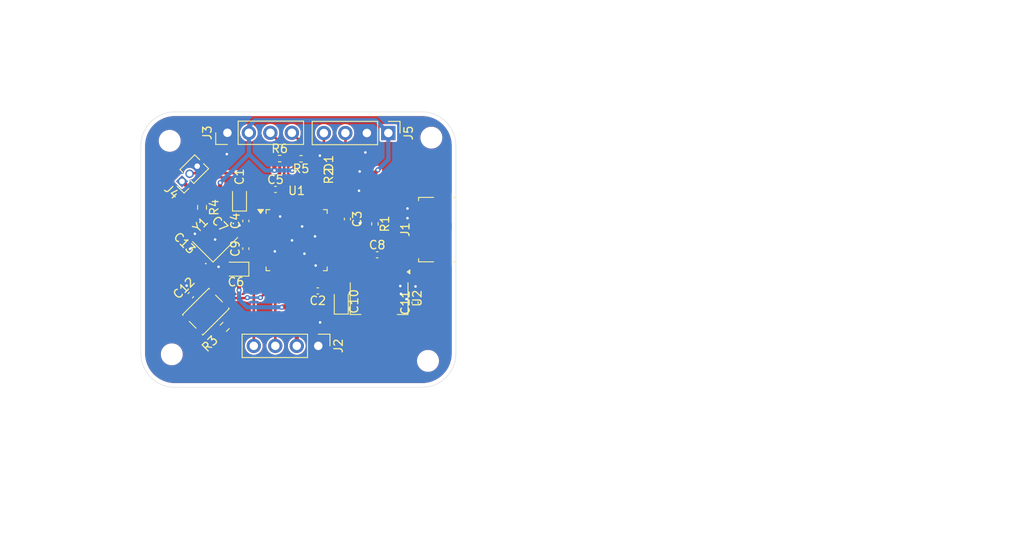
<source format=kicad_pcb>
(kicad_pcb (version 20241229) (generator "pcbnew") (generator_version "9.0")
  (layers (0 "F.Cu" signal) (4 "In1.Cu" power) (6 "In2.Cu" power) (2 "B.Cu" signal) (13 "F.Paste" user) (15 "B.Paste" user) (5 "F.SilkS" user "F.Silkscreen") (7 "B.SilkS" user "B.Silkscreen") (1 "F.Mask" user) (3 "B.Mask" user) (25 "Edge.Cuts" user))
  (net 0 "")
  (net 1 "+3.3V")
  (net 2 "GND")
  (net 3 "/OSC_IN")
  (net 4 "VBUS")
  (net 5 "/NRST")
  (net 6 "/OSC_OUT")
  (net 7 "Net-(D1-A)")
  (net 8 "/USB_MICRO-")
  (net 16 "/USB_MICRO+")
  (net 17 "/UART_TX")
  (net 18 "/UART_RX")
  (net 19 "/BOOT")
  (net 20 "Net-(U1-PB4)")
  (net 47 "/SWDIO")
  (net 48 "/SWCLK")
  (net 49 "/I2C_SCL")
  (net 50 "/I2C_SDA")
  (footprint "Resistor_SMD:R_0201_0603Metric" (layer "F.Cu") (at 70.375 67.53 -90)
    (property "Reference" "R2" (at 0 -1.05 90) (layer "F.SilkS"))
    (property "Value" "220")
    (pad "1" smd roundrect (at -0.32 0 270) (size 0.46 0.4) (layers "F.Cu" "F.Mask") (net 7 "Net-(D1-A)"))
    (pad "2" smd roundrect (at 0.32 0 270) (size 0.46 0.4) (layers "F.Cu" "F.Mask") (net 20 "Net-(U1-PB4)"))
  )
  (footprint "Capacitor_SMD:C_0402_1005Metric" (layer "F.Cu") (at 55.125 81.625 45)
    (property "Reference" "C12" (at 0 -1.16 45) (layer "F.SilkS"))
    (property "Value" "100nF")
    (fp_line (start -0.107836 -0.36) (end 0.107836 -0.36) (stroke (width 0.12)) (layer "F.SilkS"))
    (fp_line (start -0.107836 0.36) (end 0.107836 0.36) (stroke (width 0.12)) (layer "F.SilkS"))
    (pad "1" smd roundrect (at -0.48 0 45) (size 0.56 0.62) (layers "F.Cu" "F.Mask" "F.Paste") (net 5 "/NRST"))
    (pad "2" smd roundrect (at 0.48 0 45) (size 0.56 0.62) (layers "F.Cu" "F.Mask" "F.Paste") (net 2 "GND"))
  )
  (footprint "MountingHole:MountingHole_2.1mm" (layer "F.Cu") (at 52.625 63.375)
    (property "Reference" "H3" (hide yes))
    (property "Value" "MountingHole")
    (pad "" np_thru_hole circle (at 0 0) (size 2.1 2.1) (drill 2.1) (layers "*.Cu" "*.Mask"))
  )
  (footprint "Diode_SMD:D_0402_1005Metric" (layer "F.Cu") (at 59.375 72.375 135)
    (property "Reference" "C7" (at 0 -1.17 135) (layer "F.SilkS"))
    (property "Value" "10pF")
    (fp_circle (center -1.089999 0) (end -1.04 0) (stroke (width 0.1)) (fill no) (layer "F.SilkS"))
    (pad "1" smd roundrect (at -0.485 0 135) (size 0.59 0.64) (layers "F.Cu" "F.Mask" "F.Paste") (net 3 "/OSC_IN"))
    (pad "2" smd roundrect (at 0.485 0 135) (size 0.59 0.64) (layers "F.Cu" "F.Mask" "F.Paste") (net 2 "GND"))
  )
  (footprint "Button_Switch_SMD:SW_SPST_PTS810" (layer "F.Cu") (at 56.897614 83.582107 45)
    (property "Reference" "SW1" (hide yes))
    (property "Value" "SW_Push")
    (fp_line (start -2.199999 -1.7) (end -2.2 -1.58) (stroke (width 0.12)) (layer "F.SilkS"))
    (fp_line (start -2.2 -0.57) (end -2.2 0.57) (stroke (width 0.12)) (layer "F.SilkS"))
    (fp_line (start -2.2 1.58) (end -2.199999 1.7) (stroke (width 0.12)) (layer "F.SilkS"))
    (fp_line (start -2.199999 1.7) (end 2.199999 1.7) (stroke (width 0.12)) (layer "F.SilkS"))
    (fp_line (start 2.199999 -1.7) (end -2.199999 -1.7) (stroke (width 0.12)) (layer "F.SilkS"))
    (fp_line (start 2.2 -1.58) (end 2.199999 -1.7) (stroke (width 0.12)) (layer "F.SilkS"))
    (fp_line (start 2.2 0.57) (end 2.2 -0.57) (stroke (width 0.12)) (layer "F.SilkS"))
    (fp_line (start 2.199999 1.7) (end 2.2 1.58) (stroke (width 0.12)) (layer "F.SilkS"))
    (pad "1" smd rect (at -2.075 -1.075 45) (size 1.05 0.65) (layers "F.Cu" "F.Mask" "F.Paste") (net 2 "GND"))
    (pad "1" smd rect (at 2.075 -1.075 45) (size 1.05 0.65) (layers "F.Cu" "F.Mask" "F.Paste") (net 2 "GND"))
    (pad "2" smd rect (at -2.075 1.075 45) (size 1.05 0.65) (layers "F.Cu" "F.Mask" "F.Paste") (net 5 "/NRST"))
    (pad "2" smd rect (at 2.075 1.075 45) (size 1.05 0.65) (layers "F.Cu" "F.Mask" "F.Paste") (net 5 "/NRST"))
  )
  (footprint "Capacitor_SMD:C_0402_1005Metric" (layer "F.Cu") (at 61.625 72.855 -90)
    (property "Reference" "C4" (at 0 1.249999 90) (layer "F.SilkS"))
    (property "Value" "100nF")
    (fp_line (start -0.107836 0.36) (end 0.107836 0.36) (stroke (width 0.12)) (layer "F.SilkS"))
    (fp_line (start -0.107836 -0.36) (end 0.107836 -0.36) (stroke (width 0.12)) (layer "F.SilkS"))
    (pad "1" smd roundrect (at -0.48 0 270) (size 0.56 0.62) (layers "F.Cu" "F.Mask" "F.Paste") (net 1 "+3.3V"))
    (pad "2" smd roundrect (at 0.48 0 270) (size 0.56 0.62) (layers "F.Cu" "F.Mask" "F.Paste") (net 2 "GND"))
  )
  (footprint "Capacitor_Tantalum_SMD:CP_EIA-1608-08_AVX-J" (layer "F.Cu") (at 60.875 70.16 90)
    (property "Reference" "C1" (at 2.535 0 90) (layer "F.SilkS"))
    (property "Value" "10uF")
    (fp_line (start 0.8 -0.825001) (end -1.52 -0.825) (stroke (width 0.12)) (layer "F.SilkS"))
    (fp_line (start -1.52 -0.825) (end -1.52 0.825) (stroke (width 0.12)) (layer "F.SilkS"))
    (fp_line (start -1.52 0.825) (end 0.8 0.825001) (stroke (width 0.12)) (layer "F.SilkS"))
    (pad "1" smd roundrect (at -0.715 0 90) (size 1.09 1.13) (layers "F.Cu" "F.Mask" "F.Paste") (roundrect_rratio 0.229358) (net 1 "+3.3V"))
    (pad "2" smd roundrect (at 0.715 0 90) (size 1.09 1.13) (layers "F.Cu" "F.Mask" "F.Paste") (roundrect_rratio 0.229358) (net 2 "GND"))
  )
  (footprint "Capacitor_SMD:C_0402_1005Metric" (layer "F.Cu") (at 70.125 81.125 180)
    (property "Reference" "C2" (at 0 -1.16 0) (layer "F.SilkS"))
    (property "Value" "100nF")
    (fp_line (start -0.107836 0.36) (end 0.107836 0.36) (stroke (width 0.12)) (layer "F.SilkS"))
    (fp_line (start -0.107836 -0.36) (end 0.107836 -0.36) (stroke (width 0.12)) (layer "F.SilkS"))
    (pad "1" smd roundrect (at -0.48 0 180) (size 0.56 0.62) (layers "F.Cu" "F.Mask" "F.Paste") (net 1 "+3.3V"))
    (pad "2" smd roundrect (at 0.48 0 180) (size 0.56 0.62) (layers "F.Cu" "F.Mask" "F.Paste") (net 2 "GND"))
  )
  (footprint "Resistor_SMD:R_0402_1005Metric" (layer "F.Cu") (at 68.15 65.5 180)
    (property "Reference" "R5" (at 0 -1.17 0) (layer "F.SilkS"))
    (property "Value" "1k5")
    (fp_line (start -0.153641 0.38) (end 0.153641 0.38) (stroke (width 0.12)) (layer "F.SilkS"))
    (fp_line (start -0.153641 -0.38) (end 0.153641 -0.38) (stroke (width 0.12)) (layer "F.SilkS"))
    (pad "1" smd roundrect (at -0.509999 0 180) (size 0.54 0.64) (layers "F.Cu" "F.Mask" "F.Paste") (net 49 "/I2C_SCL"))
    (pad "2" smd roundrect (at 0.509999 0 180) (size 0.54 0.64) (layers "F.Cu" "F.Mask" "F.Paste") (net 1 "+3.3V"))
  )
  (footprint "Resistor_SMD:R_0603_1608Metric" (layer "F.Cu") (at 59.125 85.375 45)
    (property "Reference" "R3" (at -2.65165 0.176777 45) (layer "F.SilkS"))
    (property "Value" "10k")
    (fp_line (start -0.237258 -0.5225) (end 0.237258 -0.5225) (stroke (width 0.12)) (layer "F.SilkS"))
    (fp_line (start -0.237258 0.5225) (end 0.237258 0.5225) (stroke (width 0.12)) (layer "F.SilkS"))
    (pad "1" smd roundrect (at -0.825 0 45) (size 0.8 0.95) (layers "F.Cu" "F.Mask" "F.Paste") (net 1 "+3.3V"))
    (pad "2" smd roundrect (at 0.825 0 45) (size 0.8 0.95) (layers "F.Cu" "F.Mask" "F.Paste") (net 5 "/NRST"))
  )
  (footprint "Resistor_SMD:R_0603_1608Metric" (layer "F.Cu") (at 56.45 71.25 -90)
    (property "Reference" "R4" (at 0 -1.43 90) (layer "F.SilkS"))
    (property "Value" "10k")
    (fp_line (start -0.237258 0.5225) (end 0.237258 0.5225) (stroke (width 0.12)) (layer "F.SilkS"))
    (fp_line (start -0.237258 -0.5225) (end 0.237258 -0.5225) (stroke (width 0.12)) (layer "F.SilkS"))
    (pad "1" smd roundrect (at -0.825 0 270) (size 0.8 0.95) (layers "F.Cu" "F.Mask" "F.Paste") (net 1 "+3.3V"))
    (pad "2" smd roundrect (at 0.825 0 270) (size 0.8 0.95) (layers "F.Cu" "F.Mask" "F.Paste") (net 1 "+3.3V"))
  )
  (footprint "Connector_PinHeader_1.27mm:PinHeader_1x03_P1.27mm_Vertical" (layer "F.Cu") (at 54.078949 68.171051 135)
    (property "Reference" "J4" (at 0 -1.745 135) (layer "F.SilkS"))
    (property "Value" "Conn_01x03_Pin")
    (fp_line (start 1.159999 0.81) (end 1.16 3.285) (stroke (width 0.12)) (layer "F.SilkS"))
    (fp_line (start 0.666708 0.81) (end 1.159999 0.81) (stroke (width 0.12)) (layer "F.SilkS"))
    (fp_line (start -1.159999 -0.81) (end 0 -0.809999) (stroke (width 0.12)) (layer "F.SilkS"))
    (fp_line (start -1.16 0) (end -1.159999 -0.81) (stroke (width 0.12)) (layer "F.SilkS"))
    (fp_line (start -1.159999 0.81) (end -0.666708 0.81) (stroke (width 0.12)) (layer "F.SilkS"))
    (fp_line (start -1.159999 0.81) (end -1.16 3.285) (stroke (width 0.12)) (layer "F.SilkS"))
    (fp_line (start 0.317923 3.285) (end 1.16 3.285) (stroke (width 0.12)) (layer "F.SilkS"))
    (fp_line (start -1.16 3.285) (end -0.317923 3.285) (stroke (width 0.12)) (layer "F.SilkS"))
    (pad "1" thru_hole rect (at 0 0 135) (size 1 1) (drill 0.65) (layers "*.Cu" "*.Mask") (net 1 "+3.3V"))
    (pad "2" thru_hole circle (at 0 1.270001 135) (size 1 1) (drill 0.65) (layers "*.Cu" "*.Mask") (net 19 "/BOOT"))
    (pad "3" thru_hole circle (at 0 2.54 135) (size 1 1) (drill 0.65) (layers "*.Cu" "*.Mask") (net 2 "GND"))
  )
  (footprint "Capacitor_Tantalum_SMD:CP_EIA-1608-08_AVX-J" (layer "F.Cu") (at 60.46 78.55 180)
    (property "Reference" "C6" (at 0 -1.52 0) (layer "F.SilkS"))
    (property "Value" "4.7u")
    (fp_line (start 0.8 -0.825001) (end -1.52 -0.825) (stroke (width 0.12)) (layer "F.SilkS"))
    (fp_line (start -1.52 0.825) (end 0.8 0.825001) (stroke (width 0.12)) (layer "F.SilkS"))
    (fp_line (start -1.52 -0.825) (end -1.52 0.825) (stroke (width 0.12)) (layer "F.SilkS"))
    (pad "1" smd roundrect (at -0.715 0 180) (size 1.09 1.13) (layers "F.Cu" "F.Mask" "F.Paste") (roundrect_rratio 0.229358) (net 1 "+3.3V"))
    (pad "2" smd roundrect (at 0.715 0 180) (size 1.09 1.13) (layers "F.Cu" "F.Mask" "F.Paste") (roundrect_rratio 0.229358) (net 2 "GND"))
  )
  (footprint "Connector_PinHeader_2.54mm:PinHeader_1x04_P2.54mm_Vertical" (layer "F.Cu") (at 59.445001 62.425 90)
    (property "Reference" "J3" (at 0 -2.38 90) (layer "F.SilkS"))
    (property "Value" "I2C")
    (fp_line (start -1.38 -1.38) (end 0 -1.379999) (stroke (width 0.12)) (layer "F.SilkS"))
    (fp_line (start -1.379999 0) (end -1.38 -1.38) (stroke (width 0.12)) (layer "F.SilkS"))
    (fp_line (start 1.38 1.27) (end 1.379999 9) (stroke (width 0.12)) (layer "F.SilkS"))
    (fp_line (start -1.38 1.27) (end 1.38 1.27) (stroke (width 0.12)) (layer "F.SilkS"))
    (fp_line (start -1.38 1.27) (end -1.379999 9) (stroke (width 0.12)) (layer "F.SilkS"))
    (fp_line (start -1.379999 9) (end 1.379999 9) (stroke (width 0.12)) (layer "F.SilkS"))
    (pad "1" thru_hole rect (at 0 0 90) (size 1.7 1.7) (drill 1) (layers "*.Cu" "*.Mask") (net 2 "GND"))
    (pad "2" thru_hole circle (at 0 2.54 90) (size 1.7 1.7) (drill 1) (layers "*.Cu" "*.Mask") (net 1 "+3.3V"))
    (pad "3" thru_hole circle (at 0 5.079999 90) (size 1.7 1.7) (drill 1) (layers "*.Cu" "*.Mask") (net 50 "/I2C_SDA"))
    (pad "4" thru_hole circle (at 0 7.62 90) (size 1.7 1.7) (drill 1) (layers "*.Cu" "*.Mask") (net 49 "/I2C_SCL"))
  )
  (footprint "Capacitor_SMD:C_0402_1005Metric" (layer "F.Cu") (at 81.625 82.52 90)
    (property "Reference" "C11" (at 0 -1.16 90) (layer "F.SilkS"))
    (property "Value" "100nF")
    (fp_line (start -0.107836 -0.36) (end 0.107836 -0.36) (stroke (width 0.12)) (layer "F.SilkS"))
    (fp_line (start -0.107836 0.36) (end 0.107836 0.36) (stroke (width 0.12)) (layer "F.SilkS"))
    (pad "1" smd roundrect (at -0.48 0 90) (size 0.56 0.62) (layers "F.Cu" "F.Mask" "F.Paste") (net 1 "+3.3V"))
    (pad "2" smd roundrect (at 0.48 0 90) (size 0.56 0.62) (layers "F.Cu" "F.Mask" "F.Paste") (net 2 "GND"))
  )
  (footprint "Capacitor_SMD:C_0402_1005Metric" (layer "F.Cu") (at 61.625 76.125 90)
    (property "Reference" "C9" (at 0 -1.25 90) (layer "F.SilkS"))
    (property "Value" "100nF")
    (fp_line (start -0.107836 -0.36) (end 0.107836 -0.36) (stroke (width 0.12)) (layer "F.SilkS"))
    (fp_line (start -0.107836 0.36) (end 0.107836 0.36) (stroke (width 0.12)) (layer "F.SilkS"))
    (pad "1" smd roundrect (at -0.48 0 90) (size 0.56 0.62) (layers "F.Cu" "F.Mask" "F.Paste") (net 1 "+3.3V"))
    (pad "2" smd roundrect (at 0.48 0 90) (size 0.56 0.62) (layers "F.Cu" "F.Mask" "F.Paste") (net 2 "GND"))
  )
  (footprint "Package_QFP:LQFP-48_7x7mm_P0.5mm" (layer "F.Cu") (at 67.625 75.125)
    (property "Reference" "U1" (at 0 -5.85 0) (layer "F.SilkS"))
    (property "Value" "STM32F103C8Tx")
    (fp_line (start -3.61 -3.61) (end -3.16 -3.61) (stroke (width 0.12)) (layer "F.SilkS"))
    (fp_line (start -3.61 -3.16) (end -3.61 -3.61) (stroke (width 0.12)) (layer "F.SilkS"))
    (fp_line (start -3.61 3.61) (end -3.61 3.16) (stroke (width 0.12)) (layer "F.SilkS"))
    (fp_line (start -3.16 3.61) (end -3.61 3.61) (stroke (width 0.12)) (layer "F.SilkS"))
    (fp_line (start 3.16 -3.61) (end 3.61 -3.61) (stroke (width 0.12)) (layer "F.SilkS"))
    (fp_line (start 3.61 -3.61) (end 3.61 -3.16) (stroke (width 0.12)) (layer "F.SilkS"))
    (fp_line (start 3.61 3.16) (end 3.61 3.61) (stroke (width 0.12)) (layer "F.SilkS"))
    (fp_line (start 3.61 3.61) (end 3.16 3.61) (stroke (width 0.12)) (layer "F.SilkS"))
    (fp_poly (pts (xy -4.25 -3.16) (xy -4.59 -3.63) (xy -3.91 -3.63)) (stroke (width 0.12)) (fill yes) (layer "F.SilkS"))
    (pad "1" smd roundrect (at -4.1625 -2.75) (size 1.475 0.3) (layers "F.Cu" "F.Mask" "F.Paste") (net 1 "+3.3V"))
    (pad "2" smd roundrect (at -4.1625 -2.25) (size 1.475 0.3) (layers "F.Cu" "F.Mask" "F.Paste"))
    (pad "3" smd roundrect (at -4.1625 -1.75) (size 1.475 0.3) (layers "F.Cu" "F.Mask" "F.Paste"))
    (pad "4" smd roundrect (at -4.1625 -1.25) (size 1.475 0.3) (layers "F.Cu" "F.Mask" "F.Paste"))
    (pad "5" smd roundrect (at -4.1625 -0.75) (size 1.475 0.3) (layers "F.Cu" "F.Mask" "F.Paste") (net 3 "/OSC_IN"))
    (pad "6" smd roundrect (at -4.1625 -0.25) (size 1.475 0.3) (layers "F.Cu" "F.Mask" "F.Paste") (net 6 "/OSC_OUT"))
    (pad "7" smd roundrect (at -4.1625 0.25) (size 1.475 0.3) (layers "F.Cu" "F.Mask" "F.Paste") (net 5 "/NRST"))
    (pad "8" smd roundrect (at -4.1625 0.75) (size 1.475 0.3) (layers "F.Cu" "F.Mask" "F.Paste") (net 2 "GND"))
    (pad "9" smd roundrect (at -4.1625 1.25) (size 1.475 0.3) (layers "F.Cu" "F.Mask" "F.Paste") (net 1 "+3.3V"))
    (pad "10" smd roundrect (at -4.1625 1.75) (size 1.475 0.3) (layers "F.Cu" "F.Mask" "F.Paste"))
    (pad "11" smd roundrect (at -4.1625 2.25) (size 1.475 0.3) (layers "F.Cu" "F.Mask" "F.Paste"))
    (pad "12" smd roundrect (at -4.1625 2.75) (size 1.475 0.3) (layers "F.Cu" "F.Mask" "F.Paste") (net 17 "/UART_TX"))
    (pad "13" smd roundrect (at -2.75 4.1625) (size 0.3 1.475) (layers "F.Cu" "F.Mask" "F.Paste") (net 18 "/UART_RX"))
    (pad "14" smd roundrect (at -2.25 4.1625) (size 0.3 1.475) (layers "F.Cu" "F.Mask" "F.Paste"))
    (pad "15" smd roundrect (at -1.75 4.1625) (size 0.3 1.475) (layers "F.Cu" "F.Mask" "F.Paste"))
    (pad "16" smd roundrect (at -1.25 4.1625) (size 0.3 1.475) (layers "F.Cu" "F.Mask" "F.Paste"))
    (pad "17" smd roundrect (at -0.75 4.1625) (size 0.3 1.475) (layers "F.Cu" "F.Mask" "F.Paste"))
    (pad "18" smd roundrect (at -0.25 4.1625) (size 0.3 1.475) (layers "F.Cu" "F.Mask" "F.Paste"))
    (pad "19" smd roundrect (at 0.25 4.1625) (size 0.3 1.475) (layers "F.Cu" "F.Mask" "F.Paste"))
    (pad "20" smd roundrect (at 0.75 4.1625) (size 0.3 1.475) (layers "F.Cu" "F.Mask" "F.Paste"))
    (pad "21" smd roundrect (at 1.25 4.1625) (size 0.3 1.475) (layers "F.Cu" "F.Mask" "F.Paste"))
    (pad "22" smd roundrect (at 1.75 4.1625) (size 0.3 1.475) (layers "F.Cu" "F.Mask" "F.Paste"))
    (pad "23" smd roundrect (at 2.25 4.1625) (size 0.3 1.475) (layers "F.Cu" "F.Mask" "F.Paste") (net 2 "GND"))
    (pad "24" smd roundrect (at 2.75 4.1625) (size 0.3 1.475) (layers "F.Cu" "F.Mask" "F.Paste") (net 1 "+3.3V"))
    (pad "25" smd roundrect (at 4.1625 2.75) (size 1.475 0.3) (layers "F.Cu" "F.Mask" "F.Paste"))
    (pad "26" smd roundrect (at 4.1625 2.25) (size 1.475 0.3) (layers "F.Cu" "F.Mask" "F.Paste"))
    (pad "27" smd roundrect (at 4.1625 1.75) (size 1.475 0.3) (layers "F.Cu" "F.Mask" "F.Paste"))
    (pad "28" smd roundrect (at 4.1625 1.25) (size 1.475 0.3) (layers "F.Cu" "F.Mask" "F.Paste"))
    (pad "29" smd roundrect (at 4.1625 0.75) (size 1.475 0.3) (layers "F.Cu" "F.Mask" "F.Paste"))
    (pad "30" smd roundrect (at 4.1625 0.25) (size 1.475 0.3) (layers "F.Cu" "F.Mask" "F.Paste"))
    (pad "31" smd roundrect (at 4.1625 -0.25) (size 1.475 0.3) (layers "F.Cu" "F.Mask" "F.Paste"))
    (pad "32" smd roundrect (at 4.1625 -0.75) (size 1.475 0.3) (layers "F.Cu" "F.Mask" "F.Paste") (net 8 "/USB_MICRO-"))
    (pad "33" smd roundrect (at 4.1625 -1.25) (size 1.475 0.3) (layers "F.Cu" "F.Mask" "F.Paste") (net 16 "/USB_MICRO+"))
    (pad "34" smd roundrect (at 4.1625 -1.75) (size 1.475 0.3) (layers "F.Cu" "F.Mask" "F.Paste") (net 47 "/SWDIO"))
    (pad "35" smd roundrect (at 4.1625 -2.25) (size 1.475 0.3) (layers "F.Cu" "F.Mask" "F.Paste") (net 2 "GND"))
    (pad "36" smd roundrect (at 4.1625 -2.75) (size 1.475 0.3) (layers "F.Cu" "F.Mask" "F.Paste") (net 1 "+3.3V"))
    (pad "37" smd roundrect (at 2.75 -4.1625) (size 0.3 1.475) (layers "F.Cu" "F.Mask" "F.Paste") (net 48 "/SWCLK"))
    (pad "38" smd roundrect (at 2.25 -4.1625) (size 0.3 1.475) (layers "F.Cu" "F.Mask" "F.Paste"))
    (pad "39" smd roundrect (at 1.75 -4.1625) (size 0.3 1.475) (layers "F.Cu" "F.Mask" "F.Paste"))
    (pad "40" smd roundrect (at 1.25 -4.1625) (size 0.3 1.475) (layers "F.Cu" "F.Mask" "F.Paste") (net 20 "Net-(U1-PB4)"))
    (pad "41" smd roundrect (at 0.75 -4.1625) (size 0.3 1.475) (layers "F.Cu" "F.Mask" "F.Paste"))
    (pad "42" smd roundrect (at 0.25 -4.1625) (size 0.3 1.475) (layers "F.Cu" "F.Mask" "F.Paste") (net 49 "/I2C_SCL"))
    (pad "43" smd roundrect (at -0.25 -4.1625) (size 0.3 1.475) (layers "F.Cu" "F.Mask" "F.Paste") (net 50 "/I2C_SDA"))
    (pad "44" smd roundrect (at -0.75 -4.1625) (size 0.3 1.475) (layers "F.Cu" "F.Mask" "F.Paste") (net 19 "/BOOT"))
    (pad "45" smd roundrect (at -1.25 -4.1625) (size 0.3 1.475) (layers "F.Cu" "F.Mask" "F.Paste"))
    (pad "46" smd roundrect (at -1.75 -4.1625) (size 0.3 1.475) (layers "F.Cu" "F.Mask" "F.Paste"))
    (pad "47" smd roundrect (at -2.25 -4.1625) (size 0.3 1.475) (layers "F.Cu" "F.Mask" "F.Paste") (net 2 "GND"))
    (pad "48" smd roundrect (at -2.75 -4.1625) (size 0.3 1.475) (layers "F.Cu" "F.Mask" "F.Paste") (net 1 "+3.3V"))
  )
  (footprint "Connector_PinHeader_2.54mm:PinHeader_1x04_P2.54mm_Vertical" (layer "F.Cu") (at 70.185 87.625 -90)
    (property "Reference" "J2" (at 0 -2.38 90) (layer "F.SilkS"))
    (property "Value" "UART")
    (fp_line (start -1.379999 9) (end 1.379999 9) (stroke (width 0.12)) (layer "F.SilkS"))
    (fp_line (start -1.38 1.27) (end -1.379999 9) (stroke (width 0.12)) (layer "F.SilkS"))
    (fp_line (start -1.38 1.27) (end 1.38 1.27) (stroke (width 0.12)) (layer "F.SilkS"))
    (fp_line (start 1.38 1.27) (end 1.379999 9) (stroke (width 0.12)) (layer "F.SilkS"))
    (fp_line (start -1.379999 0) (end -1.38 -1.38) (stroke (width 0.12)) (layer "F.SilkS"))
    (fp_line (start -1.38 -1.38) (end 0 -1.379999) (stroke (width 0.12)) (layer "F.SilkS"))
    (pad "1" thru_hole rect (at 0 0 270) (size 1.7 1.7) (drill 1) (layers "*.Cu" "*.Mask") (net 2 "GND"))
    (pad "2" thru_hole circle (at 0 2.54 270) (size 1.7 1.7) (drill 1) (layers "*.Cu" "*.Mask") (net 1 "+3.3V"))
    (pad "3" thru_hole circle (at 0 5.079999 270) (size 1.7 1.7) (drill 1) (layers "*.Cu" "*.Mask") (net 18 "/UART_RX"))
    (pad "4" thru_hole circle (at 0 7.62 270) (size 1.7 1.7) (drill 1) (layers "*.Cu" "*.Mask") (net 17 "/UART_TX"))
  )
  (footprint "Capacitor_SMD:C_0402_1005Metric" (layer "F.Cu") (at 73.625 72.625 -90)
    (property "Reference" "C3" (at 0 -1.16 90) (layer "F.SilkS"))
    (property "Value" "100nF")
    (fp_line (start -0.107836 0.36) (end 0.107836 0.36) (stroke (width 0.12)) (layer "F.SilkS"))
    (fp_line (start -0.107836 -0.36) (end 0.107836 -0.36) (stroke (width 0.12)) (layer "F.SilkS"))
    (pad "1" smd roundrect (at -0.48 0 270) (size 0.56 0.62) (layers "F.Cu" "F.Mask" "F.Paste") (net 1 "+3.3V"))
    (pad "2" smd roundrect (at 0.48 0 270) (size 0.56 0.62) (layers "F.Cu" "F.Mask" "F.Paste") (net 2 "GND"))
  )
  (footprint "MountingHole:MountingHole_2.1mm" (layer "F.Cu") (at 83.15 89.4)
    (property "Reference" "H2" (hide yes))
    (property "Value" "MountingHole")
    (pad "" np_thru_hole circle (at 0 0) (size 2.1 2.1) (drill 2.1) (layers "*.Cu" "*.Mask"))
  )
  (footprint "Diode_SMD:D_0402_1005Metric" (layer "F.Cu") (at 56.125 77.125 135)
    (property "Reference" "C13" (at 2.40915 -0.065723 135) (layer "F.SilkS"))
    (property "Value" "10pF")
    (fp_circle (center -1.089999 0) (end -1.04 0) (stroke (width 0.1)) (fill no) (layer "F.SilkS"))
    (pad "1" smd roundrect (at -0.485 0 135) (size 0.59 0.64) (layers "F.Cu" "F.Mask" "F.Paste") (net 6 "/OSC_OUT"))
    (pad "2" smd roundrect (at 0.485 0 135) (size 0.59 0.64) (layers "F.Cu" "F.Mask" "F.Paste") (net 2 "GND"))
  )
  (footprint "Crystal:Crystal_SMD_3225-4Pin_3.2x2.5mm" (layer "F.Cu") (at 57.996142 75.051777 45)
    (property "Reference" "Y1" (at 0 -2.450001 45) (layer "F.SilkS"))
    (property "Value" "Crystal_GND2")
    (fp_line (start -2.06 -1.710001) (end -2.06 1.710001) (stroke (width 0.12)) (layer "F.SilkS"))
    (fp_line (start -2.06 1.710001) (end 2.06 1.710001) (stroke (width 0.12)) (layer "F.SilkS"))
    (pad "1" smd roundrect (at -1.1 0.85 45) (size 1.4 1.2) (layers "F.Cu" "F.Mask" "F.Paste") (roundrect_rratio 0.208333) (net 6 "/OSC_OUT"))
    (pad "2" smd roundrect (at 1.1 0.85 45) (size 1.4 1.2) (layers "F.Cu" "F.Mask" "F.Paste") (roundrect_rratio 0.208333) (net 2 "GND"))
    (pad "3" smd roundrect (at 1.1 -0.85 45) (size 1.4 1.2) (layers "F.Cu" "F.Mask" "F.Paste") (roundrect_rratio 0.208333) (net 3 "/OSC_IN"))
    (pad "4" smd roundrect (at -1.1 -0.85 45) (size 1.4 1.2) (layers "F.Cu" "F.Mask" "F.Paste") (roundrect_rratio 0.208333) (net 2 "GND"))
  )
  (footprint "MountingHole:MountingHole_2.1mm" (layer "F.Cu") (at 83.55 63)
    (property "Reference" "H1" (hide yes))
    (property "Value" "MountingHole")
    (pad "" np_thru_hole circle (at 0 0) (size 2.1 2.1) (drill 2.1) (layers "*.Cu" "*.Mask"))
  )
  (footprint "Package_TO_SOT_SMD:SOT-223-3_TabPin2" (layer "F.Cu") (at 77.375 82.004999 -90)
    (property "Reference" "U2" (at 0 -4.500001 90) (layer "F.SilkS"))
    (property "Value" "LT1117-3.3")
    (fp_line (start -1.85 3.410001) (end 1.91 3.41) (stroke (width 0.12)) (layer "F.SilkS"))
    (fp_line (start 1.91 3.41) (end 1.91 2.150001) (stroke (width 0.12)) (layer "F.SilkS"))
    (fp_line (start 1.91 -3.41) (end 1.91 -2.150001) (stroke (width 0.12)) (layer "F.SilkS"))
    (fp_line (start -1.85 -3.410001) (end 1.91 -3.41) (stroke (width 0.12)) (layer "F.SilkS"))
    (fp_poly (pts (xy -3.13 -3.31) (xy -3.37 -3.64) (xy -2.89 -3.64) (xy -3.13 -3.31)) (stroke (width 0.12)) (fill yes) (layer "F.SilkS"))
    (pad "1" smd roundrect (at -3.15 -2.3 270) (size 2 1.5) (layers "F.Cu" "F.Mask" "F.Paste") (net 2 "GND"))
    (pad "2" smd roundrect (at -3.149999 0 270) (size 2 1.5) (layers "F.Cu" "F.Mask" "F.Paste") (net 1 "+3.3V"))
    (pad "2" smd roundrect (at 3.149999 0 270) (size 2 3.8) (layers "F.Cu" "F.Mask" "F.Paste") (net 1 "+3.3V"))
    (pad "3" smd roundrect (at -3.15 2.3 270) (size 2 1.5) (layers "F.Cu" "F.Mask" "F.Paste") (net 4 "VBUS"))
  )
  (footprint "Capacitor_Tantalum_SMD:CP_EIA-1608-08_AVX-J" (layer "F.Cu") (at 72.9 82.35 90)
    (property "Reference" "C10" (at -0.02 1.5 90) (layer "F.SilkS"))
    (property "Value" "22uF")
    (fp_line (start 0.8 -0.825001) (end -1.52 -0.825) (stroke (width 0.12)) (layer "F.SilkS"))
    (fp_line (start -1.52 -0.825) (end -1.52 0.825) (stroke (width 0.12)) (layer "F.SilkS"))
    (fp_line (start -1.52 0.825) (end 0.8 0.825001) (stroke (width 0.12)) (layer "F.SilkS"))
    (pad "1" smd roundrect (at -0.715 0 90) (size 1.09 1.13) (layers "F.Cu" "F.Mask" "F.Paste") (roundrect_rratio 0.229358) (net 1 "+3.3V"))
    (pad "2" smd roundrect (at 0.715 0 90) (size 1.09 1.13) (layers "F.Cu" "F.Mask" "F.Paste") (roundrect_rratio 0.229358) (net 2 "GND"))
  )
  (footprint "Resistor_SMD:R_0402_1005Metric" (layer "F.Cu") (at 65.625 65.475)
    (property "Reference" "R6" (at 0 -1.17 0) (layer "F.SilkS"))
    (property "Value" "1k5")
    (fp_line (start -0.153641 -0.38) (end 0.153641 -0.38) (stroke (width 0.12)) (layer "F.SilkS"))
    (fp_line (start -0.153641 0.38) (end 0.153641 0.38) (stroke (width 0.12)) (layer "F.SilkS"))
    (pad "1" smd roundrect (at -0.509999 0) (size 0.54 0.64) (layers "F.Cu" "F.Mask" "F.Paste") (net 1 "+3.3V"))
    (pad "2" smd roundrect (at 0.509999 0) (size 0.54 0.64) (layers "F.Cu" "F.Mask" "F.Paste") (net 50 "/I2C_SDA"))
  )
  (footprint "Connector_USB:USB_Micro-B_Molex_47346-0001" (layer "F.Cu") (at 83.75 73.875 90)
    (property "Reference" "J1" (at 0 -3.299999 90) (layer "F.SilkS"))
    (property "Value" "USB_B_Micro")
    (fp_line (start 3.81 -1.71) (end 3.43 -1.71) (stroke (width 0.12)) (layer "F.SilkS"))
    (fp_line (start 3.81 -1.71) (end 3.81 0.06) (stroke (width 0.12)) (layer "F.SilkS"))
    (fp_line (start -3.81 -1.71) (end -3.43 -1.71) (stroke (width 0.12)) (layer "F.SilkS"))
    (fp_line (start -3.81 0.06) (end -3.81 -1.71) (stroke (width 0.12)) (layer "F.SilkS"))
    (fp_line (start 3.81 2.34) (end 3.81 2.6) (stroke (width 0.12)) (layer "F.SilkS"))
    (fp_line (start -3.81 2.6) (end -3.81 2.34) (stroke (width 0.12)) (layer "F.SilkS"))
    (pad "1" smd rect (at -1.3 -1.46 90) (size 0.45 1.38) (layers "F.Cu" "F.Mask" "F.Paste") (net 4 "VBUS"))
    (pad "2" smd rect (at -0.65 -1.459999 90) (size 0.45 1.38) (layers "F.Cu" "F.Mask" "F.Paste") (net 8 "/USB_MICRO-"))
    (pad "3" smd rect (at 0 -1.46 90) (size 0.45 1.38) (layers "F.Cu" "F.Mask" "F.Paste") (net 16 "/USB_MICRO+"))
    (pad "4" smd rect (at 0.65 -1.459999 90) (size 0.45 1.38) (layers "F.Cu" "F.Mask" "F.Paste"))
    (pad "5" smd rect (at 1.3 -1.46 90) (size 0.45 1.38) (layers "F.Cu" "F.Mask" "F.Paste") (net 2 "GND"))
    (pad "6" smd rect (at -3.375 1.200001 90) (size 1.65 1.3) (layers "F.Cu" "F.Mask" "F.Paste"))
    (pad "6" smd rect (at -2.4875 -1.375 90) (size 1.425 1.55) (layers "F.Cu" "F.Mask" "F.Paste"))
    (pad "6" smd rect (at -1.15 1.2 90) (size 1.8 1.9) (layers "F.Cu" "F.Mask" "F.Paste"))
    (pad "6" smd rect (at 1.55 1.200001 90) (size 1 1.9) (layers "F.Cu" "F.Mask" "F.Paste"))
    (pad "6" smd rect (at 2.4875 -1.375 90) (size 1.425 1.55) (layers "F.Cu" "F.Mask" "F.Paste"))
    (pad "6" smd rect (at 3.375 1.200001 90) (size 1.65 1.3) (layers "F.Cu" "F.Mask" "F.Paste"))
  )
  (footprint "Capacitor_SMD:C_0402_1005Metric" (layer "F.Cu") (at 65.125 69.125)
    (property "Reference" "C5" (at 0 -1.16 0) (layer "F.SilkS"))
    (property "Value" "100nF")
    (fp_line (start -0.107836 -0.36) (end 0.107836 -0.36) (stroke (width 0.12)) (layer "F.SilkS"))
    (fp_line (start -0.107836 0.36) (end 0.107836 0.36) (stroke (width 0.12)) (layer "F.SilkS"))
    (pad "1" smd roundrect (at -0.48 0) (size 0.56 0.62) (layers "F.Cu" "F.Mask" "F.Paste") (net 1 "+3.3V"))
    (pad "2" smd roundrect (at 0.48 0) (size 0.56 0.62) (layers "F.Cu" "F.Mask" "F.Paste") (net 2 "GND"))
  )
  (footprint "LED_SMD:LED_0201_0603Metric" (layer "F.Cu") (at 70.375 66.03 -90)
    (property "Reference" "D1" (at 0 -1.05 90) (layer "F.SilkS"))
    (property "Value" "Blue_LED")
    (fp_circle (center -0.86 0) (end -0.809999 0) (stroke (width 0.1)) (fill no) (layer "F.SilkS"))
    (pad "1" smd roundrect (at -0.32 0 270) (size 0.46 0.4) (layers "F.Cu" "F.Mask") (net 2 "GND"))
    (pad "2" smd roundrect (at 0.32 0 270) (size 0.46 0.4) (layers "F.Cu" "F.Mask") (net 7 "Net-(D1-A)"))
  )
  (footprint "Connector_PinHeader_2.54mm:PinHeader_1x04_P2.54mm_Vertical" (layer "F.Cu") (at 78.465 62.45 -90)
    (property "Reference" "J5" (at 0 -2.38 90) (layer "F.SilkS"))
    (property "Value" "Conn_01x04_Pin")
    (fp_line (start -1.379999 9) (end 1.379999 9) (stroke (width 0.12)) (layer "F.SilkS"))
    (fp_line (start -1.38 1.27) (end -1.379999 9) (stroke (width 0.12)) (layer "F.SilkS"))
    (fp_line (start -1.38 1.27) (end 1.38 1.27) (stroke (width 0.12)) (layer "F.SilkS"))
    (fp_line (start 1.38 1.27) (end 1.379999 9) (stroke (width 0.12)) (layer "F.SilkS"))
    (fp_line (start -1.379999 0) (end -1.38 -1.38) (stroke (width 0.12)) (layer "F.SilkS"))
    (fp_line (start -1.38 -1.38) (end 0 -1.379999) (stroke (width 0.12)) (layer "F.SilkS"))
    (pad "1" thru_hole rect (at 0 0 270) (size 1.7 1.7) (drill 1) (layers "*.Cu" "*.Mask") (net 1 "+3.3V"))
    (pad "2" thru_hole circle (at 0 2.54 270) (size 1.7 1.7) (drill 1) (layers "*.Cu" "*.Mask") (net 2 "GND"))
    (pad "3" thru_hole circle (at 0 5.079999 270) (size 1.7 1.7) (drill 1) (layers "*.Cu" "*.Mask") (net 47 "/SWDIO"))
    (pad "4" thru_hole circle (at 0 7.62 270) (size 1.7 1.7) (drill 1) (layers "*.Cu" "*.Mask") (net 48 "/SWCLK"))
  )
  (footprint "MountingHole:MountingHole_2.1mm" (layer "F.Cu") (at 52.875 88.625)
    (property "Reference" "H4" (hide yes))
    (property "Value" "MountingHole")
    (pad "" np_thru_hole circle (at 0 0) (size 2.1 2.1) (drill 2.1) (layers "*.Cu" "*.Mask"))
  )
  (footprint "Resistor_SMD:R_0402_1005Metric" (layer "F.Cu") (at 76.875 73.2 -90)
    (property "Reference" "R1" (at 0 -1.17 90) (layer "F.SilkS"))
    (property "Value" "1k5")
    (fp_line (start -0.153641 0.38) (end 0.153641 0.38) (stroke (width 0.12)) (layer "F.SilkS"))
    (fp_line (start -0.153641 -0.38) (end 0.153641 -0.38) (stroke (width 0.12)) (layer "F.SilkS"))
    (pad "1" smd roundrect (at -0.509999 0 270) (size 0.54 0.64) (layers "F.Cu" "F.Mask" "F.Paste") (net 1 "+3.3V"))
    (pad "2" smd roundrect (at 0.509999 0 270) (size 0.54 0.64) (layers "F.Cu" "F.Mask" "F.Paste") (net 16 "/USB_MICRO+"))
  )
  (footprint "Capacitor_SMD:C_0402_1005Metric" (layer "F.Cu") (at 77.145 76.855)
    (property "Reference" "C8" (at 0 -1.16 0) (layer "F.SilkS"))
    (property "Value" "100nF")
    (fp_line (start -0.107836 -0.36) (end 0.107836 -0.36) (stroke (width 0.12)) (layer "F.SilkS"))
    (fp_line (start -0.107836 0.36) (end 0.107836 0.36) (stroke (width 0.12)) (layer "F.SilkS"))
    (pad "1" smd roundrect (at -0.48 0) (size 0.56 0.62) (layers "F.Cu" "F.Mask" "F.Paste") (net 4 "VBUS"))
    (pad "2" smd roundrect (at 0.48 0) (size 0.56 0.62) (layers "F.Cu" "F.Mask" "F.Paste") (net 2 "GND"))
  )
  (gr_arc (start 49.225 63.95) (mid 50.396573 61.121573) (end 53.225 59.95) (stroke (width 0.05)) (layer "Edge.Cuts"))
  (gr_arc (start 82.45 59.95) (mid 85.278427 61.121573) (end 86.45 63.95) (stroke (width 0.05)) (layer "Edge.Cuts"))
  (gr_line (start 49.225 88.525) (end 49.225 63.95) (stroke (width 0.05)) (layer "Edge.Cuts"))
  (gr_line (start 86.45 63.95) (end 86.45 88.525) (stroke (width 0.05)) (layer "Edge.Cuts"))
  (gr_arc (start 86.45 88.525) (mid 85.278427 91.353427) (end 82.45 92.525) (stroke (width 0.05)) (layer "Edge.Cuts"))
  (gr_arc (start 53.225 92.525) (mid 50.396573 91.353427) (end 49.225 88.525) (stroke (width 0.05)) (layer "Edge.Cuts"))
  (gr_line (start 53.225 59.95) (end 82.45 59.95) (stroke (width 0.05)) (layer "Edge.Cuts"))
  (gr_line (start 82.45 92.525) (end 53.225 92.525) (stroke (width 0.05)) (layer "Edge.Cuts"))
  (segment (start 65.000001 65.59) (end 65.115001 65.475) (width 0.5) (layer "F.Cu") (net 1))
  (segment (start 70.605 80.395) (end 70.605 81.125) (width 0.3) (layer "F.Cu") (net 1))
  (segment (start 61.575 77.45) (end 61.575 76.655) (width 0.5) (layer "F.Cu") (net 1))
  (segment (start 61.625 71.625) (end 60.875 70.875) (width 0.5) (layer "F.Cu") (net 1))
  (segment (start 61.625 72.375) (end 61.625 71.625) (width 0.5) (layer "F.Cu") (net 1))
  (segment (start 72.625 72.375) (end 72.875 72.125) (width 0.3) (layer "F.Cu") (net 1))
  (segment (start 71.365 83.065) (end 69.135 83.065) (width 0.5) (layer "F.Cu") (net 1))
  (segment (start 54.025 74.65) (end 56.6 72.075) (width 0.5) (layer "F.Cu") (net 1))
  (segment (start 64.875 70.125) (end 64.625 69.875) (width 0.3) (layer "F.Cu") (net 1))
  (segment (start 71.365 83.065) (end 70.575 82.275) (width 0.5) (layer "F.Cu") (net 1))
  (segment (start 54.025 77.35) (end 54.025 74.65) (width 0.5) (layer "F.Cu") (net 1))
  (segment (start 62.125 76.625) (end 62.105 76.605) (width 0.3) (layer "F.Cu") (net 1))
  (segment (start 65.865 83.065) (end 65.955 82.975) (width 0.5) (layer "F.Cu") (net 1))
  (segment (start 81.625 83) (end 79.470002 85.154998) (width 0.5) (layer "F.Cu") (net 1))
  (segment (start 56.5 70.55) (end 54.121051 68.171051) (width 0.5) (layer "F.Cu") (net 1))
  (segment (start 67.400001 66.6) (end 67.400001 65.74) (width 0.5) (layer "F.Cu") (net 1))
  (segment (start 60.8 80.175) (end 61.175 79.8) (width 0.5) (layer "F.Cu") (net 1))
  (segment (start 60.825 81.05) (end 60.825 80.2) (width 0.5) (layer "F.Cu") (net 1))
  (segment (start 56.45 72.075) (end 56.75 72.075) (width 0.5) (layer "F.Cu") (net 1))
  (segment (start 76.875 67.175) (end 76.875 72.615001) (width 0.5) (layer "F.Cu") (net 1))
  (segment (start 63.4625 76.375) (end 62.375 76.375) (width 0.3) (layer "F.Cu") (net 1))
  (segment (start 72.875 72.125) (end 72.895 72.145) (width 0.3) (layer "F.Cu") (net 1))
  (segment (start 79.470002 85.154998) (end 77.375 85.154998) (width 0.5) (layer "F.Cu") (net 1))
  (segment (start 72.9 83.065) (end 72.9 89.9) (width 0.5) (layer "F.Cu") (net 1))
  (segment (start 70.625 80.375) (end 70.605 80.395) (width 0.3) (layer "F.Cu") (net 1))
  (segment (start 67.645 84.555) (end 67.645 87.625) (width 0.5) (layer "F.Cu") (net 1))
  (segment (start 62.105 76.605) (end 61.625 76.605) (width 0.3) (layer "F.Cu") (net 1))
  (segment (start 70.375 80.125) (end 70.625 80.375) (width 0.3) (layer "F.Cu") (net 1))
  (segment (start 64.645 69.855) (end 64.645 69.125) (width 0.3) (layer "F.Cu") (net 1))
  (segment (start 61.125 90.8) (end 58.541637 88.216637) (width 0.5) (layer "F.Cu") (net 1))
  (segment (start 65.955 82.975) (end 66.175 82.975) (width 0.5) (layer "F.Cu") (net 1))
  (segment (start 67.400001 65.74) (end 67.640001 65.5) (width 0.5) (layer "F.Cu") (net 1))
  (segment (start 66.175 82.975) (end 66.275 83.075) (width 0.5) (layer "F.Cu") (net 1))
  (segment (start 72.9 83.065) (end 71.365 83.065) (width 0.5) (layer "F.Cu") (net 1))
  (segment (start 74.989998 85.154998) (end 72.9 83.065) (width 1) (layer "F.Cu") (net 1))
  (segment (start 71.7875 72.375) (end 72.625 72.375) (width 0.3) (layer "F.Cu") (net 1))
  (segment (start 54.078949 68.178949) (end 54.078949 68.171051) (width 0.5) (layer "F.Cu") (net 1))
  (segment (start 67.125001 66.875) (end 67.400001 66.6) (width 0.5) (layer "F.Cu") (net 1))
  (segment (start 70.605 82.245) (end 70.605 81.125) (width 0.5) (layer "F.Cu") (net 1))
  (segment (start 64.625 69.875) (end 64.645 69.855) (width 0.3) (layer "F.Cu") (net 1))
  (segment (start 55.875 79.2) (end 54.025 77.35) (width 0.5) (layer "F.Cu") (net 1))
  (segment (start 77.375 78.855) (end 77.375 85.154998) (width 1.6) (layer "F.Cu") (net 1))
  (segment (start 60.825 80.2) (end 60.8 80.175) (width 0.5) (layer "F.Cu") (net 1))
  (segment (start 57.65 79.2) (end 55.875 79.2) (width 0.5) (layer "F.Cu") (net 1))
  (segment (start 61.175 79.8) (end 61.175 78.55) (width 0.5) (layer "F.Cu") (net 1))
  (segment (start 72.9 89.9) (end 72 90.8) (width 0.5) (layer "F.Cu") (net 1))
  (segment (start 62.375 76.375) (end 62.125 76.625) (width 0.3) (layer "F.Cu") (net 1))
  (segment (start 58.541637 88.216637) (end 58.541637 85.958363) (width 0.5) (layer "F.Cu") (net 1))
  (segment (start 61.575 76.655) (end 61.625 76.605) (width 0.5) (layer "F.Cu") (net 1))
  (segment (start 58.575 70.25) (end 58.575 68.35) (width 0.5) (layer "F.Cu") (net 1))
  (segment (start 61.175 78.55) (end 61.175 77.85) (width 0.5) (layer "F.Cu") (net 1))
  (segment (start 58.65 80.2) (end 57.65 79.2) (width 0.5) (layer "F.Cu") (net 1))
  (segment (start 70.575 82.275) (end 70.605 82.245) (width 0.5) (layer "F.Cu") (net 1))
  (segment (start 65.000001 66.875) (end 65.000001 65.59) (width 0.5) (layer "F.Cu") (net 1))
  (segment (start 56.75 72.075) (end 58.575 70.25) (width 0.5) (layer "F.Cu") (net 1))
  (segment (start 60.825 80.2) (end 58.65 80.2) (width 0.5) (layer "F.Cu") (net 1))
  (segment (start 54.121051 68.171051) (end 54.078949 68.171051) (width 0.5) (layer "F.Cu") (net 1))
  (segment (start 61.175 77.85) (end 61.575 77.45) (width 0.5) (layer "F.Cu") (net 1))
  (segment (start 72 90.8) (end 61.125 90.8) (width 0.5) (layer "F.Cu") (net 1))
  (segment (start 60.75 70.75) (end 60.875 70.875) (width 0.5) (layer "F.Cu") (net 1))
  (segment (start 77.225 66.825) (end 76.875 67.175) (width 0.5) (layer "F.Cu") (net 1))
  (segment (start 65.865 83.065) (end 72.9 83.065) (width 0.5) (layer "F.Cu") (net 1))
  (segment (start 59.075 70.75) (end 60.75 70.75) (width 0.5) (layer "F.Cu") (net 1))
  (segment (start 58.575 68.35) (end 58.6 68.325) (width 0.5) (layer "F.Cu") (net 1))
  (segment (start 58.575 70.25) (end 59.075 70.75) (width 0.5) (layer "F.Cu") (net 1))
  (segment (start 69.135 83.065) (end 67.645 84.555) (width 0.5) (layer "F.Cu") (net 1))
  (segment (start 70.375 79.2875) (end 70.375 80.125) (width 0.3) (layer "F.Cu") (net 1))
  (segment (start 72.895 72.145) (end 73.625 72.145) (width 0.3) (layer "F.Cu") (net 1))
  (segment (start 63.4625 72.375) (end 61.625 72.375) (width 0.3) (layer "F.Cu") (net 1))
  (segment (start 64.875 70.9625) (end 64.875 70.125) (width 0.3) (layer "F.Cu") (net 1))
  (segment (start 77.375 85.154998) (end 74.989998 85.154998) (width 1) (layer "F.Cu") (net 1))
  (via (at 58.6 68.325) (size 0.6) (drill 0.3) (layers "F.Cu" "B.Cu") (net 1))
  (via (at 65.000001 66.875) (size 0.6) (drill 0.3) (layers "F.Cu" "B.Cu") (net 1))
  (via (at 67.125001 66.875) (size 0.6) (drill 0.3) (layers "F.Cu" "B.Cu") (net 1))
  (via (at 77.225 66.825) (size 0.6) (drill 0.3) (layers "F.Cu" "B.Cu") (net 1))
  (via (at 65.865 83.065) (size 0.6) (drill 0.3) (layers "F.Cu" "B.Cu") (net 1))
  (via (at 60.825 81.05) (size 0.6) (drill 0.3) (layers "F.Cu" "B.Cu") (net 1))
  (segment (start 62.675 60.95) (end 76.965 60.95) (width 0.5) (layer "B.Cu") (net 1))
  (segment (start 61.985001 64.939999) (end 63.920002 66.875) (width 0.5) (layer "B.Cu") (net 1))
  (segment (start 61.985001 61.639999) (end 62.675 60.95) (width 0.5) (layer "B.Cu") (net 1))
  (segment (start 76.965 60.95) (end 78.465 62.45) (width 0.5) (layer "B.Cu") (net 1))
  (segment (start 63.920002 66.875) (end 65.000001 66.875) (width 0.5) (layer "B.Cu") (net 1))
  (segment (start 58.6 68.325) (end 61.985001 64.939999) (width 0.5) (layer "B.Cu") (net 1))
  (segment (start 60.825 82.125) (end 60.825 81.05) (width 0.5) (layer "B.Cu") (net 1))
  (segment (start 65.865 83.065) (end 61.765 83.065) (width 0.5) (layer "B.Cu") (net 1))
  (segment (start 78.465 65.585) (end 77.225 66.825) (width 0.5) (layer "B.Cu") (net 1))
  (segment (start 67.150001 66.85) (end 67.125001 66.875) (width 0.5) (layer "B.Cu") (net 1))
  (segment (start 61.765 83.065) (end 60.825 82.125) (width 0.5) (layer "B.Cu") (net 1))
  (segment (start 61.985001 64.939999) (end 61.985001 62.425) (width 0.5) (layer "B.Cu") (net 1))
  (segment (start 78.465 62.45) (end 78.465 65.585) (width 0.5) (layer "B.Cu") (net 1))
  (segment (start 65.000001 66.875) (end 67.125001 66.875) (width 0.5) (layer "B.Cu") (net 1))
  (segment (start 61.985001 62.425) (end 61.985001 61.639999) (width 0.5) (layer "B.Cu") (net 1))
  (segment (start 65.675 72.325) (end 65.375 72.025) (width 0.3) (layer "F.Cu") (net 2))
  (segment (start 60.875 73.375) (end 60.915 73.335) (width 0.5) (layer "F.Cu") (net 2))
  (segment (start 62.125 75.625) (end 62.105 75.645) (width 0.3) (layer "F.Cu") (net 2))
  (segment (start 70.375 65.71) (end 70.375 65.125) (width 0.3) (layer "F.Cu") (net 2))
  (segment (start 62.105 75.645) (end 61.625 75.645) (width 0.3) (layer "F.Cu") (net 2))
  (segment (start 62.375 75.875) (end 62.125 75.625) (width 0.3) (layer "F.Cu") (net 2))
  (segment (start 63.4625 75.875) (end 62.375 75.875) (width 0.3) (layer "F.Cu") (net 2))
  (segment (start 63.4625 75.875) (end 64.475 75.875) (width 0.3) (layer "F.Cu") (net 2))
  (segment (start 69.875 79.2875) (end 69.875 78.125) (width 0.3) (layer "F.Cu") (net 2))
  (segment (start 69.855 79.4025) (end 69.855 80.24) (width 0.3) (layer "F.Cu") (net 2))
  (segment (start 69.855 80.24) (end 69.605 80.49) (width 0.3) (layer "F.Cu") (net 2))
  (segment (start 69.625 80.51) (end 69.625 81.24) (width 0.3) (layer "F.Cu") (net 2))
  (segment (start 65.375 72.025) (end 65.375 70.9625) (width 0.3) (layer "F.Cu") (net 2))
  (segment (start 60.915 73.335) (end 61.625 73.335) (width 0.5) (layer "F.Cu") (net 2))
  (segment (start 71.7875 72.875) (end 72.625 72.875) (width 0.3) (layer "F.Cu") (net 2))
  (segment (start 72.625 72.875) (end 72.875 73.125) (width 0.3) (layer "F.Cu") (net 2))
  (segment (start 72.875 73.125) (end 73.605 73.125) (width 0.3) (layer "F.Cu") (net 2))
  (segment (start 73.605 73.125) (end 73.625 73.105) (width 0.3) (layer "F.Cu") (net 2))
  (segment (start 64.475 75.875) (end 65.05 76.45) (width 0.3) (layer "F.Cu") (net 2))
  (segment (start 65.375 70.12188) (end 65.605 69.89188) (width 0.3) (layer "F.Cu") (net 2))
  (segment (start 65.605 69.89188) (end 65.605 69.125) (width 0.3) (layer "F.Cu") (net 2))
  (segment (start 65.375 70.9625) (end 65.375 70.12188) (width 0.3) (layer "F.Cu") (net 2))
  (via (at 79.95 81.475) (size 0.6) (drill 0.3) (layers "F.Cu" "B.Cu") (net 2))
  (via (at 70.375 65.125) (size 0.6) (drill 0.3) (layers "F.Cu" "B.Cu") (net 2))
  (via (at 65.05 76.45) (size 0.6) (drill 0.3) (layers "F.Cu" "B.Cu") (net 2))
  (via (at 75.75 64.75) (size 0.6) (drill 0.3) (layers "F.Cu" "B.Cu") (net 2))
  (via (at 58.4 78.275) (size 0.6) (drill 0.3) (layers "F.Cu" "B.Cu") (net 2))
  (via (at 75.1 73.1) (size 0.6) (drill 0.3) (layers "F.Cu" "B.Cu") (net 2))
  (via (at 67.075 75.15) (size 0.6) (drill 0.3) (layers "F.Cu" "B.Cu") (net 2))
  (via (at 80.6 82.1) (size 0.6) (drill 0.3) (layers "F.Cu" "B.Cu") (net 2))
  (via (at 55.025 76.15) (size 0.6) (drill 0.3) (layers "F.Cu" "B.Cu") (net 2))
  (via (at 79.875 80.55) (size 0.6) (drill 0.3) (layers "F.Cu" "B.Cu") (net 2))
  (via (at 75.075 67) (size 0.6) (drill 0.3) (layers "F.Cu" "B.Cu") (net 2))
  (via (at 59.375 64.95) (size 0.6) (drill 0.3) (layers "F.Cu" "B.Cu") (net 2))
  (via (at 69.875 78.125) (size 0.6) (drill 0.3) (layers "F.Cu" "B.Cu") (net 2))
  (via (at 65.675 72.325) (size 0.6) (drill 0.3) (layers "F.Cu" "B.Cu") (net 2))
  (via (at 60.875 73.375) (size 0.6) (drill 0.3) (layers "F.Cu" "B.Cu") (net 2))
  (via (at 75 69.275) (size 0.6) (drill 0.3) (layers "F.Cu" "B.Cu") (net 2))
  (via (at 68.275 73.5) (size 0.6) (drill 0.3) (layers "F.Cu" "B.Cu") (net 2))
  (via (at 54.625 80.5) (size 0.6) (drill 0.3) (layers "F.Cu" "B.Cu") (net 2))
  (via (at 55.6 74.375) (size 0.6) (drill 0.3) (layers "F.Cu" "B.Cu") (net 2))
  (via (at 80.725 71.375) (size 0.6) (drill 0.3) (layers "F.Cu" "B.Cu") (net 2))
  (via (at 80.725 72.525) (size 0.6) (drill 0.3) (layers "F.Cu" "B.Cu") (net 2))
  (via (at 70.4 84.85) (size 0.6) (drill 0.3) (layers "F.Cu" "B.Cu") (net 2))
  (via (at 81.675 80.6) (size 0.6) (drill 0.3) (layers "F.Cu" "B.Cu") (net 2))
  (via (at 68.55 76.725) (size 0.6) (drill 0.3) (layers "F.Cu" "B.Cu") (net 2))
  (via (at 69.8 74.675) (size 0.6) (drill 0.3) (layers "F.Cu" "B.Cu") (net 2))
  (via (at 57.996142 75.051777) (size 0.6) (drill 0.3) (layers "F.Cu" "B.Cu") (net 2))
  (segment (start 58.762975 73.672919) (end 58.172919 73.672919) (width 0.3) (layer "F.Cu") (net 3))
  (segment (start 59.659259 73.672919) (end 58.172919 73.672919) (width 0.3) (layer "F.Cu") (net 3))
  (segment (start 63.4625 74.375) (end 60.36134 74.375) (width 0.3) (layer "F.Cu") (net 3))
  (segment (start 60.36134 74.375) (end 59.659259 73.672919) (width 0.3) (layer "F.Cu") (net 3))
  (segment (start 59.717947 72.717947) (end 58.762975 73.672919) (width 0.3) (layer "F.Cu") (net 3))
  (segment (start 76.665 76.855) (end 76.675 76.845) (width 0.5) (layer "F.Cu") (net 4))
  (segment (start 82.215 75.25) (end 82.29 75.175) (width 0.3) (layer "F.Cu") (net 4))
  (segment (start 60 82) (end 60 81.975) (width 0.3) (layer "F.Cu") (net 5))
  (segment (start 56.190507 85.809493) (end 59.125 82.875) (width 0.5) (layer "F.Cu") (net 5))
  (segment (start 53.125 83.55) (end 53.05 83.475) (width 0.5) (layer "F.Cu") (net 5))
  (segment (start 65.575 75.375) (end 63.4625 75.375) (width 0.3) (layer "F.Cu") (net 5))
  (segment (start 59.125 82.875) (end 60 82) (width 0.3) (layer "F.Cu") (net 5))
  (segment (start 64.025 78.725) (end 66 76.75) (width 0.3) (layer "F.Cu") (net 5))
  (segment (start 54.560589 81.964411) (end 54.785589 81.964411) (width 0.5) (layer "F.Cu") (net 5))
  (segment (start 64.025 81.25) (end 64.025 78.725) (width 0.3) (layer "F.Cu") (net 5))
  (segment (start 53.05 83.475) (end 54.560589 81.964411) (width 0.5) (layer "F.Cu") (net 5))
  (segment (start 66 75.8) (end 65.575 75.375) (width 0.3) (layer "F.Cu") (net 5))
  (segment (start 63.35 81.925) (end 64.025 81.25) (width 0.3) (layer "F.Cu") (net 5))
  (segment (start 53.125 84.75) (end 53.125 83.55) (width 0.5) (layer "F.Cu") (net 5))
  (segment (start 56.190507 85.809493) (end 54.184493 85.809493) (width 0.5) (layer "F.Cu") (net 5))
  (segment (start 59.708363 84.791637) (end 59.708363 83.458363) (width 0.5) (layer "F.Cu") (net 5))
  (segment (start 60 81.975) (end 61.8 81.975) (width 0.3) (layer "F.Cu") (net 5))
  (segment (start 61.8 81.975) (end 61.8 81.925) (width 0.3) (layer "F.Cu") (net 5))
  (segment (start 54.184493 85.809493) (end 53.125 84.75) (width 0.5) (layer "F.Cu") (net 5))
  (segment (start 66 76.75) (end 66 75.8) (width 0.3) (layer "F.Cu") (net 5))
  (segment (start 59.708363 83.458363) (end 59.125 82.875) (width 0.5) (layer "F.Cu") (net 5))
  (via (at 61.8 81.925) (size 0.6) (drill 0.3) (layers "F.Cu" "B.Cu") (net 5))
  (via (at 63.35 81.925) (size 0.6) (drill 0.3) (layers "F.Cu" "B.Cu") (net 5))
  (segment (start 61.8 81.925) (end 63.35 81.925) (width 0.3) (layer "B.Cu") (net 5))
  (segment (start 63.4625 74.875) (end 61.13087 74.875) (width 0.3) (layer "F.Cu") (net 6))
  (segment (start 56.782053 77.467947) (end 57.819365 76.430635) (width 0.3) (layer "F.Cu") (net 6))
  (segment (start 59.575235 76.430635) (end 57.819365 76.430635) (width 0.3) (layer "F.Cu") (net 6))
  (segment (start 61.13087 74.875) (end 59.575235 76.430635) (width 0.3) (layer "F.Cu") (net 6))
  (segment (start 56.467947 77.467947) (end 56.782053 77.467947) (width 0.3) (layer "F.Cu") (net 6))
  (segment (start 70.375 67.21) (end 70.375 66.35) (width 0.3) (layer "F.Cu") (net 7))
  (segment (start 81.299 74.325001) (end 71.837499 74.325001) (width 0.2) (layer "F.Cu") (net 8))
  (segment (start 71.837499 74.325001) (end 71.7875 74.375) (width 0.2) (layer "F.Cu") (net 8))
  (segment (start 82.290001 74.525) (end 82.166001 74.401) (width 0.2) (layer "F.Cu") (net 8))
  (segment (start 82.166001 74.401) (end 81.299 74.401) (width 0.2) (layer "F.Cu") (net 8))
  (segment (start 81.299 74.401) (end 81.299 74.325001) (width 0.2) (layer "F.Cu") (net 8))
  (segment (start 82.29 73.875) (end 71.7875 73.875) (width 0.2) (layer "F.Cu") (net 16))
  (segment (start 62.565 87.625) (end 62.565 80.985) (width 0.3) (layer "F.Cu") (net 17))
  (segment (start 63.4625 80.0875) (end 63.4625 77.875) (width 0.3) (layer "F.Cu") (net 17))
  (segment (start 62.565 80.985) (end 63.4625 80.0875) (width 0.3) (layer "F.Cu") (net 17))
  (segment (start 64.8 79.3625) (end 64.875 79.2875) (width 0.3) (layer "F.Cu") (net 18))
  (segment (start 65.105001 87.625) (end 65.105001 81.055001) (width 0.3) (layer "F.Cu") (net 18))
  (segment (start 64.8 80.75) (end 64.8 79.3625) (width 0.3) (layer "F.Cu") (net 18))
  (segment (start 65.105001 81.055001) (end 64.8 80.75) (width 0.3) (layer "F.Cu") (net 18))
  (segment (start 64.625 72.575) (end 65.375 73.325) (width 0.3) (layer "F.Cu") (net 19))
  (segment (start 62.85 68.85) (end 62.85 70.375) (width 0.3) (layer "F.Cu") (net 19))
  (segment (start 64.625 72.15) (end 64.625 72.575) (width 0.3) (layer "F.Cu") (net 19))
  (segment (start 66.875 72.35) (end 66.875 70.9625) (width 0.3) (layer "F.Cu") (net 19))
  (segment (start 54.976975 67.273025) (end 55.05 67.2) (width 0.3) (layer "F.Cu") (net 19))
  (segment (start 65.375 73.325) (end 65.9 73.325) (width 0.3) (layer "F.Cu") (net 19))
  (segment (start 65.9 73.325) (end 66.875 72.35) (width 0.3) (layer "F.Cu") (net 19))
  (segment (start 62.85 70.375) (end 64.625 72.15) (width 0.3) (layer "F.Cu") (net 19))
  (segment (start 61.2 67.2) (end 62.85 68.85) (width 0.3) (layer "F.Cu") (net 19))
  (segment (start 55.05 67.2) (end 61.2 67.2) (width 0.3) (layer "F.Cu") (net 19))
  (segment (start 70.375 68.375) (end 70.375 67.85) (width 0.3) (layer "F.Cu") (net 20))
  (segment (start 68.875 69.875) (end 70.375 68.375) (width 0.3) (layer "F.Cu") (net 20))
  (segment (start 68.875 70.9625) (end 68.875 69.875) (width 0.3) (layer "F.Cu") (net 20))
  (segment (start 71.7875 73.375) (end 70.65 73.375) (width 0.3) (layer "F.Cu") (net 47))
  (segment (start 73.4 69.375) (end 73.4 62.464999) (width 0.3) (layer "F.Cu") (net 47))
  (segment (start 70.375 73.1) (end 70.375 72.4) (width 0.3) (layer "F.Cu") (net 47))
  (segment (start 70.65 73.375) (end 70.375 73.1) (width 0.3) (layer "F.Cu") (net 47))
  (segment (start 70.375 72.4) (end 73.4 69.375) (width 0.3) (layer "F.Cu") (net 47))
  (segment (start 73.4 62.464999) (end 73.385001 62.45) (width 0.3) (layer "F.Cu") (net 47))
  (segment (start 71.8 64.475) (end 70.845 63.52) (width 0.3) (layer "F.Cu") (net 48))
  (segment (start 71.8 69.55) (end 71.8 64.475) (width 0.3) (layer "F.Cu") (net 48))
  (segment (start 70.375 70.9625) (end 70.3875 70.9625) (width 0.3) (layer "F.Cu") (net 48))
  (segment (start 70.845 63.52) (end 70.845 62.45) (width 0.3) (layer "F.Cu") (net 48))
  (segment (start 70.3875 70.9625) (end 71.8 69.55) (width 0.3) (layer "F.Cu") (net 48))
  (segment (start 68.675 64.034999) (end 67.065001 62.425) (width 0.3) (layer "F.Cu") (net 49))
  (segment (start 68.2 69.725) (end 68.2 68.25) (width 0.3) (layer "F.Cu") (net 49))
  (segment (start 68.675 67.775) (end 68.675 64.034999) (width 0.3) (layer "F.Cu") (net 49))
  (segment (start 67.875 70.9625) (end 67.875 70.05) (width 0.3) (layer "F.Cu") (net 49))
  (segment (start 67.875 70.05) (end 68.2 69.725) (width 0.3) (layer "F.Cu") (net 49))
  (segment (start 68.2 68.25) (end 68.675 67.775) (width 0.3) (layer "F.Cu") (net 49))
  (segment (start 66.95 69.675) (end 66.95 68.35) (width 0.3) (layer "F.Cu") (net 50))
  (segment (start 66.95 68.35) (end 67 68.3) (width 0.3) (layer "F.Cu") (net 50))
  (segment (start 67.375 70.9625) (end 67.375 70.1) (width 0.3) (layer "F.Cu") (net 50))
  (segment (start 67 68.3) (end 66.225 67.525) (width 0.3) (layer "F.Cu") (net 50))
  (segment (start 66.15 64.05) (end 64.525 62.425) (width 0.3) (layer "F.Cu") (net 50))
  (segment (start 66.225 67.525) (end 66.15 67.525) (width 0.3) (layer "F.Cu") (net 50))
  (segment (start 66.15 67.525) (end 66.15 64.05) (width 0.3) (layer "F.Cu") (net 50))
  (segment (start 67.375 70.1) (end 66.95 69.675) (width 0.3) (layer "F.Cu") (net 50))
  (zone (net 1) (net_name "+3.3V") (layer "F.Cu") (priority 2) (connect_pads yes (clearance 0.2)) (min_thickness 0.025) (fill yes (thermal_gap 0.5) (thermal_bridge_width 0.5))
    (polygon (pts (xy 76.575001 80.05) (xy 76.425001 80.225) (xy 75.825001 80.825) (xy 75.875001 83.725) (xy 76.325001 85.95) (xy 78.650001 86) (xy 78.950001 83.675) (xy 79.000001 80.725) (xy 78.250001 79.75) (xy 78.125001 77.825) (xy 76.575001 77.85)))
  )
  (zone (net 4) (net_name "VBUS") (layer "F.Cu") (priority 2) (connect_pads yes (clearance 0.2)) (min_thickness 0.025) (fill yes (thermal_gap 0.5) (thermal_bridge_width 0.5) (island_removal_mode 1) (island_area_min 10))
    (polygon (pts (xy 82.975001 75.4) (xy 77.525001 75.45) (xy 77.025001 75.975) (xy 77.000001 77.525) (xy 76.050001 77.525) (xy 76.050001 80.125) (xy 74.025001 80.125) (xy 74.050001 77.3) (xy 75.200001 77.275) (xy 77.145 75) (xy 82.975001 74.95) (xy 82.975001 75.425)))
  )
  (zone (net 2) (net_name "GND") (layers "F.Cu" "B.Cu" "In1.Cu" "In2.Cu") (connect_pads yes (clearance 0.2)) (min_thickness 0.2) (fill yes (thermal_gap 0.5) (thermal_bridge_width 0.5) (island_removal_mode 1) (island_area_min 10))
    (polygon (pts (xy 32.773748 47.417348) (xy 110.648748 48.267348) (xy 104.148748 110.367348) (xy 39.948748 105.867348) (xy 32.573748 46.717348) (xy 32.948748 47.117348)))
  )
)
</source>
